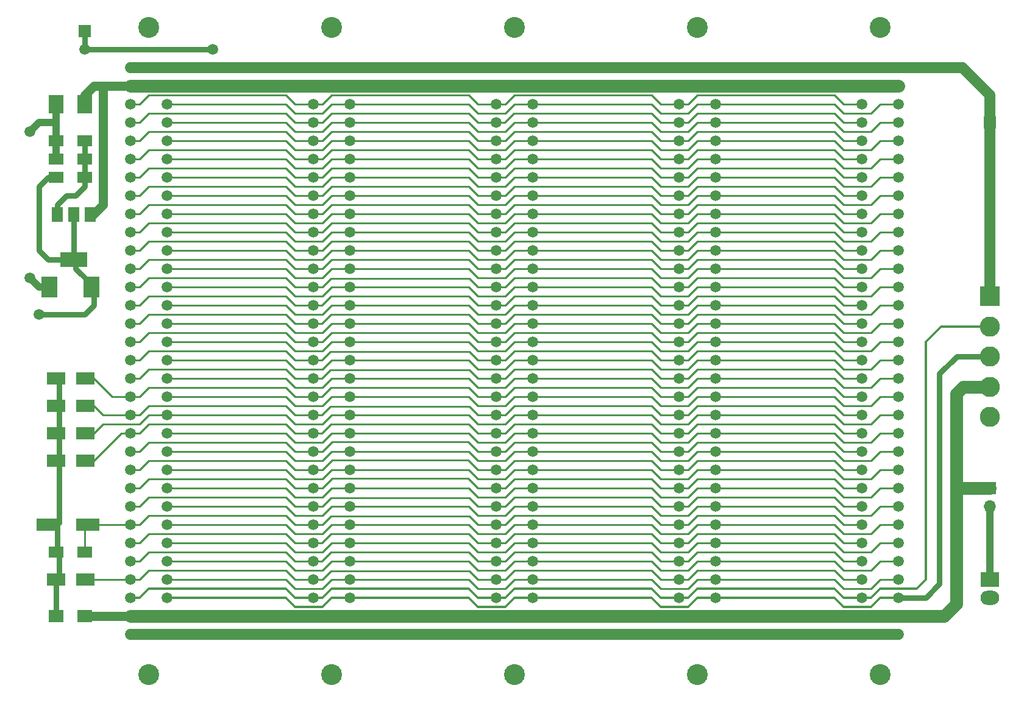
<source format=gbr>
G04 #@! TF.GenerationSoftware,KiCad,Pcbnew,(5.1.4)-1*
G04 #@! TF.CreationDate,2019-10-27T15:44:07+01:00*
G04 #@! TF.ProjectId,stebus,73746562-7573-42e6-9b69-6361645f7063,rev?*
G04 #@! TF.SameCoordinates,Original*
G04 #@! TF.FileFunction,Copper,L2,Bot*
G04 #@! TF.FilePolarity,Positive*
%FSLAX46Y46*%
G04 Gerber Fmt 4.6, Leading zero omitted, Abs format (unit mm)*
G04 Created by KiCad (PCBNEW (5.1.4)-1) date 2019-10-27 15:44:07*
%MOMM*%
%LPD*%
G04 APERTURE LIST*
%ADD10R,2.000000X1.700000*%
%ADD11R,1.500000X2.000000*%
%ADD12R,3.800000X2.000000*%
%ADD13R,2.000000X2.500000*%
%ADD14R,2.000000X1.600000*%
%ADD15R,2.800000X2.800000*%
%ADD16C,2.800000*%
%ADD17O,2.600000X2.000000*%
%ADD18R,2.600000X2.000000*%
%ADD19O,1.700000X1.700000*%
%ADD20R,1.700000X1.700000*%
%ADD21R,2.200000X3.000000*%
%ADD22R,2.500000X1.800000*%
%ADD23R,3.300000X1.700000*%
%ADD24C,1.501140*%
%ADD25C,2.900680*%
%ADD26C,1.500000*%
%ADD27C,0.250000*%
%ADD28C,1.000000*%
%ADD29C,0.380000*%
%ADD30C,0.750000*%
%ADD31C,1.500000*%
%ADD32C,1.250000*%
%ADD33C,1.750000*%
%ADD34C,0.500000*%
G04 APERTURE END LIST*
D10*
X74930000Y-137160000D03*
X70930000Y-137160000D03*
D11*
X71120000Y-81330000D03*
X75720000Y-81330000D03*
X73420000Y-81330000D03*
D12*
X73420000Y-87630000D03*
D13*
X70930000Y-66040000D03*
X74930000Y-66040000D03*
D14*
X70930000Y-71120000D03*
X74930000Y-71120000D03*
X74930000Y-76200000D03*
X70930000Y-76200000D03*
X74930000Y-73660000D03*
X70930000Y-73660000D03*
X70930000Y-128270000D03*
X74930000Y-128270000D03*
D15*
X200660000Y-92710000D03*
D16*
X200660000Y-96910000D03*
X200660000Y-101110000D03*
X200660000Y-105310000D03*
X200660000Y-109510000D03*
D17*
X200660000Y-134620000D03*
D18*
X200660000Y-132080000D03*
D19*
X200660000Y-121920000D03*
D20*
X200660000Y-119380000D03*
X74930000Y-55880000D03*
X200660000Y-68580000D03*
D21*
X70030000Y-91440000D03*
X75830000Y-91440000D03*
D22*
X74995000Y-104140000D03*
X70995000Y-104140000D03*
X70995000Y-111760000D03*
X74995000Y-111760000D03*
X70995000Y-107950000D03*
X74995000Y-107950000D03*
X74995000Y-115570000D03*
X70995000Y-115570000D03*
X70995000Y-132080000D03*
X74995000Y-132080000D03*
D23*
X69870000Y-124460000D03*
X75370000Y-124460000D03*
D24*
X86360000Y-60960000D03*
X86360000Y-63500000D03*
X86360000Y-68580000D03*
X86360000Y-66040000D03*
X86360000Y-71120000D03*
X86360000Y-73660000D03*
X86360000Y-76200000D03*
X86360000Y-78740000D03*
X86360000Y-81280000D03*
X86360000Y-83820000D03*
X86360000Y-86360000D03*
X86360000Y-88900000D03*
X86360000Y-91440000D03*
X86360000Y-93980000D03*
X86360000Y-96520000D03*
X86360000Y-99060000D03*
X86360000Y-101600000D03*
X86360000Y-104140000D03*
X86360000Y-106680000D03*
X86360000Y-109220000D03*
X86360000Y-111760000D03*
X86360000Y-114300000D03*
X86360000Y-116840000D03*
X86360000Y-119380000D03*
X86360000Y-121920000D03*
X86360000Y-124460000D03*
X86360000Y-127000000D03*
X86360000Y-129540000D03*
X86360000Y-132080000D03*
X86360000Y-134620000D03*
X86360000Y-137160000D03*
X86360000Y-139700000D03*
X81280000Y-60960000D03*
X81280000Y-63500000D03*
X81280000Y-68580000D03*
X81280000Y-66040000D03*
X81280000Y-71120000D03*
X81280000Y-73660000D03*
X81280000Y-76200000D03*
X81280000Y-78740000D03*
X81280000Y-81280000D03*
X81280000Y-83820000D03*
X81280000Y-86360000D03*
X81280000Y-88900000D03*
X81280000Y-91440000D03*
X81280000Y-93980000D03*
X81280000Y-96520000D03*
X81280000Y-99060000D03*
X81280000Y-101600000D03*
X81280000Y-104140000D03*
X81280000Y-106680000D03*
X81280000Y-109220000D03*
X81280000Y-111760000D03*
X81280000Y-114300000D03*
X81280000Y-116840000D03*
X81280000Y-119380000D03*
X81280000Y-121920000D03*
X81280000Y-124460000D03*
X81280000Y-127000000D03*
X81280000Y-129540000D03*
X81280000Y-132080000D03*
X81280000Y-134620000D03*
X81280000Y-137160000D03*
X81280000Y-139700000D03*
D25*
X83820000Y-145326100D03*
X83820000Y-55333900D03*
X109220000Y-55333900D03*
X109220000Y-145326100D03*
D24*
X106680000Y-139700000D03*
X106680000Y-137160000D03*
X106680000Y-134620000D03*
X106680000Y-132080000D03*
X106680000Y-129540000D03*
X106680000Y-127000000D03*
X106680000Y-124460000D03*
X106680000Y-121920000D03*
X106680000Y-119380000D03*
X106680000Y-116840000D03*
X106680000Y-114300000D03*
X106680000Y-111760000D03*
X106680000Y-109220000D03*
X106680000Y-106680000D03*
X106680000Y-104140000D03*
X106680000Y-101600000D03*
X106680000Y-99060000D03*
X106680000Y-96520000D03*
X106680000Y-93980000D03*
X106680000Y-91440000D03*
X106680000Y-88900000D03*
X106680000Y-86360000D03*
X106680000Y-83820000D03*
X106680000Y-81280000D03*
X106680000Y-78740000D03*
X106680000Y-76200000D03*
X106680000Y-73660000D03*
X106680000Y-71120000D03*
X106680000Y-66040000D03*
X106680000Y-68580000D03*
X106680000Y-63500000D03*
X106680000Y-60960000D03*
X111760000Y-139700000D03*
X111760000Y-137160000D03*
X111760000Y-134620000D03*
X111760000Y-132080000D03*
X111760000Y-129540000D03*
X111760000Y-127000000D03*
X111760000Y-124460000D03*
X111760000Y-121920000D03*
X111760000Y-119380000D03*
X111760000Y-116840000D03*
X111760000Y-114300000D03*
X111760000Y-111760000D03*
X111760000Y-109220000D03*
X111760000Y-106680000D03*
X111760000Y-104140000D03*
X111760000Y-101600000D03*
X111760000Y-99060000D03*
X111760000Y-96520000D03*
X111760000Y-93980000D03*
X111760000Y-91440000D03*
X111760000Y-88900000D03*
X111760000Y-86360000D03*
X111760000Y-83820000D03*
X111760000Y-81280000D03*
X111760000Y-78740000D03*
X111760000Y-76200000D03*
X111760000Y-73660000D03*
X111760000Y-71120000D03*
X111760000Y-66040000D03*
X111760000Y-68580000D03*
X111760000Y-63500000D03*
X111760000Y-60960000D03*
D25*
X134620000Y-55333900D03*
X134620000Y-145326100D03*
D24*
X132080000Y-139700000D03*
X132080000Y-137160000D03*
X132080000Y-134620000D03*
X132080000Y-132080000D03*
X132080000Y-129540000D03*
X132080000Y-127000000D03*
X132080000Y-124460000D03*
X132080000Y-121920000D03*
X132080000Y-119380000D03*
X132080000Y-116840000D03*
X132080000Y-114300000D03*
X132080000Y-111760000D03*
X132080000Y-109220000D03*
X132080000Y-106680000D03*
X132080000Y-104140000D03*
X132080000Y-101600000D03*
X132080000Y-99060000D03*
X132080000Y-96520000D03*
X132080000Y-93980000D03*
X132080000Y-91440000D03*
X132080000Y-88900000D03*
X132080000Y-86360000D03*
X132080000Y-83820000D03*
X132080000Y-81280000D03*
X132080000Y-78740000D03*
X132080000Y-76200000D03*
X132080000Y-73660000D03*
X132080000Y-71120000D03*
X132080000Y-66040000D03*
X132080000Y-68580000D03*
X132080000Y-63500000D03*
X132080000Y-60960000D03*
X137160000Y-139700000D03*
X137160000Y-137160000D03*
X137160000Y-134620000D03*
X137160000Y-132080000D03*
X137160000Y-129540000D03*
X137160000Y-127000000D03*
X137160000Y-124460000D03*
X137160000Y-121920000D03*
X137160000Y-119380000D03*
X137160000Y-116840000D03*
X137160000Y-114300000D03*
X137160000Y-111760000D03*
X137160000Y-109220000D03*
X137160000Y-106680000D03*
X137160000Y-104140000D03*
X137160000Y-101600000D03*
X137160000Y-99060000D03*
X137160000Y-96520000D03*
X137160000Y-93980000D03*
X137160000Y-91440000D03*
X137160000Y-88900000D03*
X137160000Y-86360000D03*
X137160000Y-83820000D03*
X137160000Y-81280000D03*
X137160000Y-78740000D03*
X137160000Y-76200000D03*
X137160000Y-73660000D03*
X137160000Y-71120000D03*
X137160000Y-66040000D03*
X137160000Y-68580000D03*
X137160000Y-63500000D03*
X137160000Y-60960000D03*
X162560000Y-60960000D03*
X162560000Y-63500000D03*
X162560000Y-68580000D03*
X162560000Y-66040000D03*
X162560000Y-71120000D03*
X162560000Y-73660000D03*
X162560000Y-76200000D03*
X162560000Y-78740000D03*
X162560000Y-81280000D03*
X162560000Y-83820000D03*
X162560000Y-86360000D03*
X162560000Y-88900000D03*
X162560000Y-91440000D03*
X162560000Y-93980000D03*
X162560000Y-96520000D03*
X162560000Y-99060000D03*
X162560000Y-101600000D03*
X162560000Y-104140000D03*
X162560000Y-106680000D03*
X162560000Y-109220000D03*
X162560000Y-111760000D03*
X162560000Y-114300000D03*
X162560000Y-116840000D03*
X162560000Y-119380000D03*
X162560000Y-121920000D03*
X162560000Y-124460000D03*
X162560000Y-127000000D03*
X162560000Y-129540000D03*
X162560000Y-132080000D03*
X162560000Y-134620000D03*
X162560000Y-137160000D03*
X162560000Y-139700000D03*
X157480000Y-60960000D03*
X157480000Y-63500000D03*
X157480000Y-68580000D03*
X157480000Y-66040000D03*
X157480000Y-71120000D03*
X157480000Y-73660000D03*
X157480000Y-76200000D03*
X157480000Y-78740000D03*
X157480000Y-81280000D03*
X157480000Y-83820000D03*
X157480000Y-86360000D03*
X157480000Y-88900000D03*
X157480000Y-91440000D03*
X157480000Y-93980000D03*
X157480000Y-96520000D03*
X157480000Y-99060000D03*
X157480000Y-101600000D03*
X157480000Y-104140000D03*
X157480000Y-106680000D03*
X157480000Y-109220000D03*
X157480000Y-111760000D03*
X157480000Y-114300000D03*
X157480000Y-116840000D03*
X157480000Y-119380000D03*
X157480000Y-121920000D03*
X157480000Y-124460000D03*
X157480000Y-127000000D03*
X157480000Y-129540000D03*
X157480000Y-132080000D03*
X157480000Y-134620000D03*
X157480000Y-137160000D03*
X157480000Y-139700000D03*
D25*
X160020000Y-145326100D03*
X160020000Y-55333900D03*
X185420000Y-55333900D03*
X185420000Y-145326100D03*
D24*
X182880000Y-139700000D03*
X182880000Y-137160000D03*
X182880000Y-134620000D03*
X182880000Y-132080000D03*
X182880000Y-129540000D03*
X182880000Y-127000000D03*
X182880000Y-124460000D03*
X182880000Y-121920000D03*
X182880000Y-119380000D03*
X182880000Y-116840000D03*
X182880000Y-114300000D03*
X182880000Y-111760000D03*
X182880000Y-109220000D03*
X182880000Y-106680000D03*
X182880000Y-104140000D03*
X182880000Y-101600000D03*
X182880000Y-99060000D03*
X182880000Y-96520000D03*
X182880000Y-93980000D03*
X182880000Y-91440000D03*
X182880000Y-88900000D03*
X182880000Y-86360000D03*
X182880000Y-83820000D03*
X182880000Y-81280000D03*
X182880000Y-78740000D03*
X182880000Y-76200000D03*
X182880000Y-73660000D03*
X182880000Y-71120000D03*
X182880000Y-66040000D03*
X182880000Y-68580000D03*
X182880000Y-63500000D03*
X182880000Y-60960000D03*
X187960000Y-139700000D03*
X187960000Y-137160000D03*
X187960000Y-134620000D03*
X187960000Y-132080000D03*
X187960000Y-129540000D03*
X187960000Y-127000000D03*
X187960000Y-124460000D03*
X187960000Y-121920000D03*
X187960000Y-119380000D03*
X187960000Y-116840000D03*
X187960000Y-114300000D03*
X187960000Y-111760000D03*
X187960000Y-109220000D03*
X187960000Y-106680000D03*
X187960000Y-104140000D03*
X187960000Y-101600000D03*
X187960000Y-99060000D03*
X187960000Y-96520000D03*
X187960000Y-93980000D03*
X187960000Y-91440000D03*
X187960000Y-88900000D03*
X187960000Y-86360000D03*
X187960000Y-83820000D03*
X187960000Y-81280000D03*
X187960000Y-78740000D03*
X187960000Y-76200000D03*
X187960000Y-73660000D03*
X187960000Y-71120000D03*
X187960000Y-66040000D03*
X187960000Y-68580000D03*
X187960000Y-63500000D03*
X187960000Y-60960000D03*
D26*
X68580000Y-95250000D03*
X74930000Y-58420000D03*
X92710000Y-58420000D03*
X67310000Y-90170000D03*
X67310000Y-69850000D03*
D27*
X81280000Y-66040000D02*
X82550000Y-66040000D01*
X82550000Y-66040000D02*
X83820000Y-64770000D01*
X83820000Y-64770000D02*
X102870000Y-64770000D01*
X102870000Y-64770000D02*
X104140000Y-66040000D01*
X104140000Y-66040000D02*
X106680000Y-66040000D01*
X106680000Y-66040000D02*
X107950000Y-66040000D01*
X107950000Y-66040000D02*
X109220000Y-64770000D01*
X109220000Y-64770000D02*
X128270000Y-64770000D01*
X128270000Y-64770000D02*
X129540000Y-66040000D01*
X129540000Y-66040000D02*
X132080000Y-66040000D01*
X132080000Y-66040000D02*
X133350000Y-66040000D01*
X133350000Y-66040000D02*
X134620000Y-64770000D01*
X134620000Y-64770000D02*
X153670000Y-64770000D01*
X153670000Y-64770000D02*
X154940000Y-66040000D01*
X154940000Y-66040000D02*
X157480000Y-66040000D01*
X180340000Y-66040000D02*
X182880000Y-66040000D01*
X179070000Y-64770000D02*
X180340000Y-66040000D01*
X160020000Y-64770000D02*
X179070000Y-64770000D01*
X157480000Y-66040000D02*
X158750000Y-66040000D01*
X158750000Y-66040000D02*
X160020000Y-64770000D01*
X86360000Y-66040000D02*
X102870000Y-66040000D01*
X102870000Y-66040000D02*
X104140000Y-67310000D01*
X104140000Y-67310000D02*
X107950000Y-67310000D01*
X107950000Y-67310000D02*
X109220000Y-66040000D01*
X109220000Y-66040000D02*
X111760000Y-66040000D01*
X111760000Y-66040000D02*
X128270000Y-66040000D01*
X128270000Y-66040000D02*
X129540000Y-67310000D01*
X129540000Y-67310000D02*
X133350000Y-67310000D01*
X133350000Y-67310000D02*
X134620000Y-66040000D01*
X134620000Y-66040000D02*
X137160000Y-66040000D01*
X137160000Y-66040000D02*
X153670000Y-66040000D01*
X153670000Y-66040000D02*
X154940000Y-67310000D01*
X154940000Y-67310000D02*
X158750000Y-67310000D01*
X158750000Y-67310000D02*
X160020000Y-66040000D01*
X160020000Y-66040000D02*
X162560000Y-66040000D01*
X162560000Y-66040000D02*
X179070000Y-66040000D01*
X179070000Y-66040000D02*
X180340000Y-67310000D01*
X180340000Y-67310000D02*
X184150000Y-67310000D01*
X185420000Y-66040000D02*
X187960000Y-66040000D01*
X184150000Y-67310000D02*
X185420000Y-66040000D01*
X104140000Y-68580000D02*
X106680000Y-68580000D01*
X102870000Y-67310000D02*
X104140000Y-68580000D01*
X83820000Y-67310000D02*
X102870000Y-67310000D01*
X81280000Y-68580000D02*
X82550000Y-68580000D01*
X82550000Y-68580000D02*
X83820000Y-67310000D01*
X129540000Y-68580000D02*
X132080000Y-68580000D01*
X128270000Y-67310000D02*
X129540000Y-68580000D01*
X109220000Y-67310000D02*
X128270000Y-67310000D01*
X106680000Y-68580000D02*
X107950000Y-68580000D01*
X107950000Y-68580000D02*
X109220000Y-67310000D01*
X133282081Y-68580000D02*
X134552081Y-67310000D01*
X132080000Y-68580000D02*
X133282081Y-68580000D01*
X134552081Y-67310000D02*
X153670000Y-67310000D01*
X153670000Y-67310000D02*
X154940000Y-68580000D01*
X154940000Y-68580000D02*
X157480000Y-68580000D01*
X157480000Y-68580000D02*
X158750000Y-68580000D01*
X158750000Y-68580000D02*
X160020000Y-67310000D01*
X160020000Y-67310000D02*
X179070000Y-67310000D01*
X179070000Y-67310000D02*
X180340000Y-68580000D01*
X180340000Y-68580000D02*
X182880000Y-68580000D01*
X86360000Y-68580000D02*
X102870000Y-68580000D01*
X102870000Y-68580000D02*
X104140000Y-69850000D01*
X104140000Y-69850000D02*
X107950000Y-69850000D01*
X107950000Y-69850000D02*
X109220000Y-68580000D01*
X109220000Y-68580000D02*
X111760000Y-68580000D01*
X134620000Y-68580000D02*
X137160000Y-68580000D01*
X133350000Y-69850000D02*
X134620000Y-68580000D01*
X129540000Y-69850000D02*
X133350000Y-69850000D01*
X111760000Y-68580000D02*
X128270000Y-68580000D01*
X128270000Y-68580000D02*
X129540000Y-69850000D01*
X137160000Y-68580000D02*
X153670000Y-68580000D01*
X153670000Y-68580000D02*
X154940000Y-69850000D01*
X154940000Y-69850000D02*
X158750000Y-69850000D01*
X158750000Y-69850000D02*
X160020000Y-68580000D01*
X160020000Y-68580000D02*
X162560000Y-68580000D01*
X162560000Y-68580000D02*
X179070000Y-68580000D01*
X179070000Y-68580000D02*
X180340000Y-69850000D01*
X180340000Y-69850000D02*
X184150000Y-69850000D01*
X184150000Y-69850000D02*
X185420000Y-68580000D01*
X185420000Y-68580000D02*
X187960000Y-68580000D01*
X81280000Y-71120000D02*
X82550000Y-71120000D01*
X82550000Y-71120000D02*
X83820000Y-69850000D01*
X83820000Y-69850000D02*
X102870000Y-69850000D01*
X102870000Y-69850000D02*
X104140000Y-71120000D01*
X104140000Y-71120000D02*
X106680000Y-71120000D01*
X106680000Y-71120000D02*
X107950000Y-71120000D01*
X107950000Y-71120000D02*
X109220000Y-69850000D01*
X109220000Y-69850000D02*
X128270000Y-69850000D01*
X128270000Y-69850000D02*
X129540000Y-71120000D01*
X129540000Y-71120000D02*
X132080000Y-71120000D01*
X132080000Y-71120000D02*
X133350000Y-71120000D01*
X133350000Y-71120000D02*
X134620000Y-69850000D01*
X134620000Y-69850000D02*
X153670000Y-69850000D01*
X153670000Y-69850000D02*
X154940000Y-71120000D01*
X154940000Y-71120000D02*
X157480000Y-71120000D01*
X157480000Y-71120000D02*
X158750000Y-71120000D01*
X158750000Y-71120000D02*
X160020000Y-69850000D01*
X160020000Y-69850000D02*
X179070000Y-69850000D01*
X179070000Y-69850000D02*
X180340000Y-71120000D01*
X180340000Y-71120000D02*
X182880000Y-71120000D01*
X86360000Y-71120000D02*
X102870000Y-71120000D01*
X102870000Y-71120000D02*
X104140000Y-72390000D01*
X104140000Y-72390000D02*
X107950000Y-72390000D01*
X107950000Y-72390000D02*
X109220000Y-71120000D01*
X109220000Y-71120000D02*
X111760000Y-71120000D01*
X111760000Y-71120000D02*
X128270000Y-71120000D01*
X128270000Y-71120000D02*
X129540000Y-72390000D01*
X129540000Y-72390000D02*
X133350000Y-72390000D01*
X133350000Y-72390000D02*
X134620000Y-71120000D01*
X134620000Y-71120000D02*
X137160000Y-71120000D01*
X137160000Y-71120000D02*
X153670000Y-71120000D01*
X153670000Y-71120000D02*
X154940000Y-72390000D01*
X154940000Y-72390000D02*
X158750000Y-72390000D01*
X160020000Y-71120000D02*
X162560000Y-71120000D01*
X158750000Y-72390000D02*
X160020000Y-71120000D01*
X162560000Y-71120000D02*
X179070000Y-71120000D01*
X179070000Y-71120000D02*
X180340000Y-72390000D01*
X180340000Y-72390000D02*
X184150000Y-72390000D01*
X184150000Y-72390000D02*
X185420000Y-71120000D01*
X185420000Y-71120000D02*
X187960000Y-71120000D01*
X81280000Y-73660000D02*
X82550000Y-73660000D01*
X82550000Y-73660000D02*
X83820000Y-72390000D01*
X83820000Y-72390000D02*
X102870000Y-72390000D01*
X102870000Y-72390000D02*
X104140000Y-73660000D01*
X104140000Y-73660000D02*
X106680000Y-73660000D01*
X106680000Y-73660000D02*
X107950000Y-73660000D01*
X107950000Y-73660000D02*
X109220000Y-72390000D01*
X109220000Y-72390000D02*
X128270000Y-72390000D01*
X128270000Y-72390000D02*
X129540000Y-73660000D01*
X129540000Y-73660000D02*
X132080000Y-73660000D01*
X132080000Y-73660000D02*
X133350000Y-73660000D01*
X133350000Y-73660000D02*
X134620000Y-72390000D01*
X134620000Y-72390000D02*
X153670000Y-72390000D01*
X153670000Y-72390000D02*
X154940000Y-73660000D01*
X154940000Y-73660000D02*
X157480000Y-73660000D01*
X157480000Y-73660000D02*
X158750000Y-73660000D01*
X158750000Y-73660000D02*
X160020000Y-72390000D01*
X160020000Y-72390000D02*
X179070000Y-72390000D01*
X179070000Y-72390000D02*
X180340000Y-73660000D01*
X180340000Y-73660000D02*
X182880000Y-73660000D01*
X86360000Y-73660000D02*
X102870000Y-73660000D01*
X102870000Y-73660000D02*
X104140000Y-74930000D01*
X104140000Y-74930000D02*
X107950000Y-74930000D01*
X107950000Y-74930000D02*
X109220000Y-73660000D01*
X109220000Y-73660000D02*
X111760000Y-73660000D01*
X111760000Y-73660000D02*
X128270000Y-73660000D01*
X128270000Y-73660000D02*
X129540000Y-74930000D01*
X129540000Y-74930000D02*
X133350000Y-74930000D01*
X133350000Y-74930000D02*
X134620000Y-73660000D01*
X134620000Y-73660000D02*
X137160000Y-73660000D01*
X137160000Y-73660000D02*
X153670000Y-73660000D01*
X153670000Y-73660000D02*
X154940000Y-74930000D01*
X154940000Y-74930000D02*
X158750000Y-74930000D01*
X158750000Y-74930000D02*
X160020000Y-73660000D01*
X160020000Y-73660000D02*
X162560000Y-73660000D01*
X162560000Y-73660000D02*
X179070000Y-73660000D01*
X179070000Y-73660000D02*
X180340000Y-74930000D01*
X180340000Y-74930000D02*
X184150000Y-74930000D01*
X184150000Y-74930000D02*
X185420000Y-73660000D01*
X185420000Y-73660000D02*
X187960000Y-73660000D01*
X81280000Y-76200000D02*
X82550000Y-76200000D01*
X82550000Y-76200000D02*
X83820000Y-74930000D01*
X83820000Y-74930000D02*
X102870000Y-74930000D01*
X102870000Y-74930000D02*
X104140000Y-76200000D01*
X104140000Y-76200000D02*
X106680000Y-76200000D01*
X106680000Y-76200000D02*
X107950000Y-76200000D01*
X107950000Y-76200000D02*
X109220000Y-74930000D01*
X109220000Y-74930000D02*
X128270000Y-74930000D01*
X128270000Y-74930000D02*
X129540000Y-76200000D01*
X129540000Y-76200000D02*
X132080000Y-76200000D01*
X132080000Y-76200000D02*
X133350000Y-76200000D01*
X133350000Y-76200000D02*
X134620000Y-74930000D01*
X134620000Y-74930000D02*
X153670000Y-74930000D01*
X153670000Y-74930000D02*
X154940000Y-76200000D01*
X154940000Y-76200000D02*
X157480000Y-76200000D01*
X157480000Y-76200000D02*
X158750000Y-76200000D01*
X158750000Y-76200000D02*
X160020000Y-74930000D01*
X160020000Y-74930000D02*
X179070000Y-74930000D01*
X179070000Y-74930000D02*
X180340000Y-76200000D01*
X180340000Y-76200000D02*
X182880000Y-76200000D01*
X81280000Y-78740000D02*
X82550000Y-78740000D01*
X82550000Y-78740000D02*
X83820000Y-77470000D01*
X83820000Y-77470000D02*
X102870000Y-77470000D01*
X102870000Y-77470000D02*
X104140000Y-78740000D01*
X104140000Y-78740000D02*
X106680000Y-78740000D01*
X129540000Y-78740000D02*
X132080000Y-78740000D01*
X128270000Y-77470000D02*
X129540000Y-78740000D01*
X109220000Y-77470000D02*
X128270000Y-77470000D01*
X106680000Y-78740000D02*
X107950000Y-78740000D01*
X107950000Y-78740000D02*
X109220000Y-77470000D01*
X132080000Y-78740000D02*
X133350000Y-78740000D01*
X133350000Y-78740000D02*
X134620000Y-77470000D01*
X134620000Y-77470000D02*
X153670000Y-77470000D01*
X154940000Y-78740000D02*
X157480000Y-78740000D01*
X153670000Y-77470000D02*
X154940000Y-78740000D01*
X157480000Y-78740000D02*
X158750000Y-78740000D01*
X158750000Y-78740000D02*
X160020000Y-77470000D01*
X160020000Y-77470000D02*
X179070000Y-77470000D01*
X179070000Y-77470000D02*
X180340000Y-78740000D01*
X180340000Y-78740000D02*
X182880000Y-78740000D01*
X86360000Y-78740000D02*
X102870000Y-78740000D01*
X102870000Y-78740000D02*
X104140000Y-80010000D01*
X104140000Y-80010000D02*
X107950000Y-80010000D01*
X107950000Y-80010000D02*
X109220000Y-78740000D01*
X109220000Y-78740000D02*
X111760000Y-78740000D01*
X111760000Y-78740000D02*
X128270000Y-78740000D01*
X128270000Y-78740000D02*
X129540000Y-80010000D01*
X129540000Y-80010000D02*
X133350000Y-80010000D01*
X133350000Y-80010000D02*
X134620000Y-78740000D01*
X134620000Y-78740000D02*
X137160000Y-78740000D01*
X137160000Y-78740000D02*
X153670000Y-78740000D01*
X153670000Y-78740000D02*
X154940000Y-80010000D01*
X154940000Y-80010000D02*
X158750000Y-80010000D01*
X158750000Y-80010000D02*
X160020000Y-78740000D01*
X160020000Y-78740000D02*
X162560000Y-78740000D01*
X162560000Y-78740000D02*
X179070000Y-78740000D01*
X179070000Y-78740000D02*
X180340000Y-80010000D01*
X180340000Y-80010000D02*
X184150000Y-80010000D01*
X184150000Y-80010000D02*
X185420000Y-78740000D01*
X185420000Y-78740000D02*
X187960000Y-78740000D01*
X81280000Y-81280000D02*
X82550000Y-81280000D01*
X82550000Y-81280000D02*
X83820000Y-80010000D01*
X83820000Y-80010000D02*
X102870000Y-80010000D01*
X102870000Y-80010000D02*
X104140000Y-81280000D01*
X104140000Y-81280000D02*
X106680000Y-81280000D01*
X106680000Y-81280000D02*
X107950000Y-81280000D01*
X107950000Y-81280000D02*
X109220000Y-80010000D01*
X109220000Y-80010000D02*
X128270000Y-80010000D01*
X129540000Y-81280000D02*
X132080000Y-81280000D01*
X128270000Y-80010000D02*
X129540000Y-81280000D01*
X132080000Y-81280000D02*
X133350000Y-81280000D01*
X133350000Y-81280000D02*
X134620000Y-80010000D01*
X134620000Y-80010000D02*
X153670000Y-80010000D01*
X154940000Y-81280000D02*
X157480000Y-81280000D01*
X153670000Y-80010000D02*
X154940000Y-81280000D01*
X157480000Y-81280000D02*
X158750000Y-81280000D01*
X158750000Y-81280000D02*
X160020000Y-80010000D01*
X160020000Y-80010000D02*
X179070000Y-80010000D01*
X179070000Y-80010000D02*
X180340000Y-81280000D01*
X180340000Y-81280000D02*
X182880000Y-81280000D01*
X86360000Y-81280000D02*
X102870000Y-81280000D01*
X102870000Y-81280000D02*
X104140000Y-82550000D01*
X104140000Y-82550000D02*
X107950000Y-82550000D01*
X107950000Y-82550000D02*
X109220000Y-81280000D01*
X109220000Y-81280000D02*
X111760000Y-81280000D01*
X111760000Y-81280000D02*
X128270000Y-81280000D01*
X128270000Y-81280000D02*
X129540000Y-82550000D01*
X129540000Y-82550000D02*
X133350000Y-82550000D01*
X133350000Y-82550000D02*
X134620000Y-81280000D01*
X134620000Y-81280000D02*
X137160000Y-81280000D01*
X137160000Y-81280000D02*
X153670000Y-81280000D01*
X153670000Y-81280000D02*
X154940000Y-82550000D01*
X154940000Y-82550000D02*
X158750000Y-82550000D01*
X158750000Y-82550000D02*
X160020000Y-81280000D01*
X160020000Y-81280000D02*
X162560000Y-81280000D01*
X162560000Y-81280000D02*
X179070000Y-81280000D01*
X179070000Y-81280000D02*
X180340000Y-82550000D01*
X180340000Y-82550000D02*
X184150000Y-82550000D01*
X184150000Y-82550000D02*
X185420000Y-81280000D01*
X185420000Y-81280000D02*
X187960000Y-81280000D01*
X81280000Y-83820000D02*
X82550000Y-83820000D01*
X82550000Y-83820000D02*
X83820000Y-82550000D01*
X83820000Y-82550000D02*
X102870000Y-82550000D01*
X102870000Y-82550000D02*
X104140000Y-83820000D01*
X104140000Y-83820000D02*
X106680000Y-83820000D01*
X106680000Y-83820000D02*
X107950000Y-83820000D01*
X107950000Y-83820000D02*
X109220000Y-82550000D01*
X109220000Y-82550000D02*
X128270000Y-82550000D01*
X128270000Y-82550000D02*
X129540000Y-83820000D01*
X129540000Y-83820000D02*
X132080000Y-83820000D01*
X132080000Y-83820000D02*
X133350000Y-83820000D01*
X133350000Y-83820000D02*
X134620000Y-82550000D01*
X134620000Y-82550000D02*
X153670000Y-82550000D01*
X153670000Y-82550000D02*
X154940000Y-83820000D01*
X154940000Y-83820000D02*
X157480000Y-83820000D01*
X157480000Y-83820000D02*
X158750000Y-83820000D01*
X158750000Y-83820000D02*
X160020000Y-82550000D01*
X160020000Y-82550000D02*
X179070000Y-82550000D01*
X179070000Y-82550000D02*
X180340000Y-83820000D01*
X180340000Y-83820000D02*
X182880000Y-83820000D01*
X86360000Y-83820000D02*
X102870000Y-83820000D01*
X102870000Y-83820000D02*
X104140000Y-85090000D01*
X104140000Y-85090000D02*
X107950000Y-85090000D01*
X107950000Y-85090000D02*
X109220000Y-83820000D01*
X109220000Y-83820000D02*
X111760000Y-83820000D01*
X111760000Y-83820000D02*
X128270000Y-83820000D01*
X128270000Y-83820000D02*
X129540000Y-85090000D01*
X129540000Y-85090000D02*
X133350000Y-85090000D01*
X133350000Y-85090000D02*
X134620000Y-83820000D01*
X134620000Y-83820000D02*
X137160000Y-83820000D01*
X137160000Y-83820000D02*
X153670000Y-83820000D01*
X153670000Y-83820000D02*
X154940000Y-85090000D01*
X154940000Y-85090000D02*
X158750000Y-85090000D01*
X158750000Y-85090000D02*
X160020000Y-83820000D01*
X160020000Y-83820000D02*
X162560000Y-83820000D01*
X162560000Y-83820000D02*
X179070000Y-83820000D01*
X179070000Y-83820000D02*
X180340000Y-85090000D01*
X180340000Y-85090000D02*
X184150000Y-85090000D01*
X184150000Y-85090000D02*
X185420000Y-83820000D01*
X185420000Y-83820000D02*
X187960000Y-83820000D01*
X81280000Y-86360000D02*
X82550000Y-86360000D01*
X82550000Y-86360000D02*
X83820000Y-85090000D01*
X83820000Y-85090000D02*
X102870000Y-85090000D01*
X102870000Y-85090000D02*
X104140000Y-86360000D01*
X104140000Y-86360000D02*
X106680000Y-86360000D01*
X106680000Y-86360000D02*
X107950000Y-86360000D01*
X107950000Y-86360000D02*
X109220000Y-85090000D01*
X109220000Y-85090000D02*
X128270000Y-85090000D01*
X128270000Y-85090000D02*
X129540000Y-86360000D01*
X129540000Y-86360000D02*
X132080000Y-86360000D01*
X132080000Y-86360000D02*
X133350000Y-86360000D01*
X133350000Y-86360000D02*
X134620000Y-85090000D01*
X134620000Y-85090000D02*
X153670000Y-85090000D01*
X153670000Y-85090000D02*
X154940000Y-86360000D01*
X154940000Y-86360000D02*
X157480000Y-86360000D01*
X157480000Y-86360000D02*
X158750000Y-86360000D01*
X158750000Y-86360000D02*
X160020000Y-85090000D01*
X160020000Y-85090000D02*
X179070000Y-85090000D01*
X179070000Y-85090000D02*
X180340000Y-86360000D01*
X180340000Y-86360000D02*
X182880000Y-86360000D01*
X109220000Y-86360000D02*
X111760000Y-86360000D01*
X107950000Y-87630000D02*
X109220000Y-86360000D01*
X104140000Y-87630000D02*
X107950000Y-87630000D01*
X86360000Y-86360000D02*
X102870000Y-86360000D01*
X102870000Y-86360000D02*
X104140000Y-87630000D01*
X111760000Y-86360000D02*
X128270000Y-86360000D01*
X128270000Y-86360000D02*
X129540000Y-87630000D01*
X129540000Y-87630000D02*
X133350000Y-87630000D01*
X133350000Y-87630000D02*
X134620000Y-86360000D01*
X134620000Y-86360000D02*
X137160000Y-86360000D01*
X137160000Y-86360000D02*
X153670000Y-86360000D01*
X153670000Y-86360000D02*
X154940000Y-87630000D01*
X154940000Y-87630000D02*
X158750000Y-87630000D01*
X160020000Y-86360000D02*
X162560000Y-86360000D01*
X158750000Y-87630000D02*
X160020000Y-86360000D01*
X162560000Y-86360000D02*
X179070000Y-86360000D01*
X179070000Y-86360000D02*
X180340000Y-87630000D01*
X180340000Y-87630000D02*
X184150000Y-87630000D01*
X184150000Y-87630000D02*
X185420000Y-86360000D01*
X185420000Y-86360000D02*
X187960000Y-86360000D01*
X81280000Y-88900000D02*
X82550000Y-88900000D01*
X82550000Y-88900000D02*
X83820000Y-87630000D01*
X83820000Y-87630000D02*
X102870000Y-87630000D01*
X102870000Y-87630000D02*
X104140000Y-88900000D01*
X104140000Y-88900000D02*
X106680000Y-88900000D01*
X129540000Y-88900000D02*
X132080000Y-88900000D01*
X128270000Y-87630000D02*
X129540000Y-88900000D01*
X109220000Y-87630000D02*
X128270000Y-87630000D01*
X106680000Y-88900000D02*
X107950000Y-88900000D01*
X107950000Y-88900000D02*
X109220000Y-87630000D01*
X132080000Y-88900000D02*
X133350000Y-88900000D01*
X133350000Y-88900000D02*
X134620000Y-87630000D01*
X134620000Y-87630000D02*
X153670000Y-87630000D01*
X153670000Y-87630000D02*
X154940000Y-88900000D01*
X154940000Y-88900000D02*
X157480000Y-88900000D01*
X157480000Y-88900000D02*
X158750000Y-88900000D01*
X158750000Y-88900000D02*
X160020000Y-87630000D01*
X160020000Y-87630000D02*
X179070000Y-87630000D01*
X179070000Y-87630000D02*
X180340000Y-88900000D01*
X180340000Y-88900000D02*
X182880000Y-88900000D01*
X109220000Y-88900000D02*
X111760000Y-88900000D01*
X107950000Y-90170000D02*
X109220000Y-88900000D01*
X104140000Y-90170000D02*
X107950000Y-90170000D01*
X86360000Y-88900000D02*
X102870000Y-88900000D01*
X102870000Y-88900000D02*
X104140000Y-90170000D01*
X111760000Y-88900000D02*
X128270000Y-88900000D01*
X128270000Y-88900000D02*
X129540000Y-90170000D01*
X129540000Y-90170000D02*
X133350000Y-90170000D01*
X133350000Y-90170000D02*
X134620000Y-88900000D01*
X134620000Y-88900000D02*
X137160000Y-88900000D01*
X137160000Y-88900000D02*
X153670000Y-88900000D01*
X153670000Y-88900000D02*
X154940000Y-90170000D01*
X154940000Y-90170000D02*
X158750000Y-90170000D01*
X158750000Y-90170000D02*
X160020000Y-88900000D01*
X160020000Y-88900000D02*
X162560000Y-88900000D01*
X162560000Y-88900000D02*
X179070000Y-88900000D01*
X179070000Y-88900000D02*
X180340000Y-90170000D01*
X180340000Y-90170000D02*
X184150000Y-90170000D01*
X184150000Y-90170000D02*
X185420000Y-88900000D01*
X185420000Y-88900000D02*
X187960000Y-88900000D01*
X81280000Y-91440000D02*
X82550000Y-91440000D01*
X82550000Y-91440000D02*
X83820000Y-90170000D01*
X83820000Y-90170000D02*
X102870000Y-90170000D01*
X104140000Y-91440000D02*
X106680000Y-91440000D01*
X102870000Y-90170000D02*
X104140000Y-91440000D01*
X129540000Y-91440000D02*
X132080000Y-91440000D01*
X128364999Y-90264999D02*
X129540000Y-91440000D01*
X109125001Y-90264999D02*
X128364999Y-90264999D01*
X106680000Y-91440000D02*
X107950000Y-91440000D01*
X107950000Y-91440000D02*
X109125001Y-90264999D01*
X132080000Y-91440000D02*
X133350000Y-91440000D01*
X133350000Y-91440000D02*
X134620000Y-90170000D01*
X134620000Y-90170000D02*
X153670000Y-90170000D01*
X153670000Y-90170000D02*
X154940000Y-91440000D01*
X154940000Y-91440000D02*
X157480000Y-91440000D01*
X157480000Y-91440000D02*
X158750000Y-91440000D01*
X158750000Y-91440000D02*
X160020000Y-90170000D01*
X160020000Y-90170000D02*
X179070000Y-90170000D01*
X179070000Y-90170000D02*
X180340000Y-91440000D01*
X180340000Y-91440000D02*
X182880000Y-91440000D01*
X109220000Y-91440000D02*
X111760000Y-91440000D01*
X107950000Y-92710000D02*
X109220000Y-91440000D01*
X104140000Y-92710000D02*
X107950000Y-92710000D01*
X86360000Y-91440000D02*
X102870000Y-91440000D01*
X102870000Y-91440000D02*
X104140000Y-92710000D01*
X111760000Y-91440000D02*
X128270000Y-91440000D01*
X128270000Y-91440000D02*
X129540000Y-92710000D01*
X129540000Y-92710000D02*
X133350000Y-92710000D01*
X133350000Y-92710000D02*
X134620000Y-91440000D01*
X134620000Y-91440000D02*
X137160000Y-91440000D01*
X160020000Y-91440000D02*
X162560000Y-91440000D01*
X158750000Y-92710000D02*
X160020000Y-91440000D01*
X154940000Y-92710000D02*
X158750000Y-92710000D01*
X137160000Y-91440000D02*
X153670000Y-91440000D01*
X153670000Y-91440000D02*
X154940000Y-92710000D01*
X162560000Y-91440000D02*
X179070000Y-91440000D01*
X179070000Y-91440000D02*
X180340000Y-92710000D01*
X180340000Y-92710000D02*
X184150000Y-92710000D01*
X184150000Y-92710000D02*
X185420000Y-91440000D01*
X185420000Y-91440000D02*
X187960000Y-91440000D01*
X104140000Y-93980000D02*
X106680000Y-93980000D01*
X102870000Y-92710000D02*
X104140000Y-93980000D01*
X83820000Y-92710000D02*
X102870000Y-92710000D01*
X81280000Y-93980000D02*
X82550000Y-93980000D01*
X82550000Y-93980000D02*
X83820000Y-92710000D01*
X107882081Y-93980000D02*
X109152081Y-92710000D01*
X106680000Y-93980000D02*
X107882081Y-93980000D01*
X109152081Y-92710000D02*
X128270000Y-92710000D01*
X128270000Y-92710000D02*
X129540000Y-93980000D01*
X129540000Y-93980000D02*
X132080000Y-93980000D01*
X132080000Y-93980000D02*
X133350000Y-93980000D01*
X133350000Y-93980000D02*
X134620000Y-92710000D01*
X134620000Y-92710000D02*
X153670000Y-92710000D01*
X153670000Y-92710000D02*
X154940000Y-93980000D01*
X154940000Y-93980000D02*
X157480000Y-93980000D01*
X157480000Y-93980000D02*
X158750000Y-93980000D01*
X158750000Y-93980000D02*
X160020000Y-92710000D01*
X160020000Y-92710000D02*
X179070000Y-92710000D01*
X179070000Y-92710000D02*
X180340000Y-93980000D01*
X180340000Y-93980000D02*
X182880000Y-93980000D01*
X109220000Y-93980000D02*
X111760000Y-93980000D01*
X107950000Y-95250000D02*
X109220000Y-93980000D01*
X104140000Y-95250000D02*
X107950000Y-95250000D01*
X86360000Y-93980000D02*
X102870000Y-93980000D01*
X102870000Y-93980000D02*
X104140000Y-95250000D01*
X111760000Y-93980000D02*
X128270000Y-93980000D01*
X128270000Y-93980000D02*
X129540000Y-95250000D01*
X129540000Y-95250000D02*
X133350000Y-95250000D01*
X133350000Y-95250000D02*
X134620000Y-93980000D01*
X134620000Y-93980000D02*
X137160000Y-93980000D01*
X137160000Y-93980000D02*
X153670000Y-93980000D01*
X153670000Y-93980000D02*
X154940000Y-95250000D01*
X154940000Y-95250000D02*
X158750000Y-95250000D01*
X158750000Y-95250000D02*
X160020000Y-93980000D01*
X160020000Y-93980000D02*
X162560000Y-93980000D01*
X162560000Y-93980000D02*
X179070000Y-93980000D01*
X179070000Y-93980000D02*
X180340000Y-95250000D01*
X180340000Y-95250000D02*
X184150000Y-95250000D01*
X184150000Y-95250000D02*
X185420000Y-93980000D01*
X185420000Y-93980000D02*
X187960000Y-93980000D01*
X104140000Y-96520000D02*
X106680000Y-96520000D01*
X102870000Y-95250000D02*
X104140000Y-96520000D01*
X83820000Y-95250000D02*
X102870000Y-95250000D01*
X81280000Y-96520000D02*
X82550000Y-96520000D01*
X82550000Y-96520000D02*
X83820000Y-95250000D01*
X107882081Y-96520000D02*
X109152081Y-95250000D01*
X106680000Y-96520000D02*
X107882081Y-96520000D01*
X109152081Y-95250000D02*
X128270000Y-95250000D01*
X128270000Y-95250000D02*
X129540000Y-96520000D01*
X129540000Y-96520000D02*
X132080000Y-96520000D01*
X132080000Y-96520000D02*
X133350000Y-96520000D01*
X133350000Y-96520000D02*
X134620000Y-95250000D01*
X134620000Y-95250000D02*
X153670000Y-95250000D01*
X153670000Y-95250000D02*
X154940000Y-96520000D01*
X154940000Y-96520000D02*
X157480000Y-96520000D01*
X157480000Y-96520000D02*
X158750000Y-96520000D01*
X158750000Y-96520000D02*
X160020000Y-95250000D01*
X160020000Y-95250000D02*
X179070000Y-95250000D01*
X179070000Y-95250000D02*
X180340000Y-96520000D01*
X180340000Y-96520000D02*
X182880000Y-96520000D01*
X86360000Y-96520000D02*
X102870000Y-96520000D01*
X102870000Y-96520000D02*
X104140000Y-97790000D01*
X104140000Y-97790000D02*
X107950000Y-97790000D01*
X107950000Y-97790000D02*
X109220000Y-96520000D01*
X109220000Y-96520000D02*
X111760000Y-96520000D01*
X134620000Y-96520000D02*
X137160000Y-96520000D01*
X133350000Y-97790000D02*
X134620000Y-96520000D01*
X129540000Y-97790000D02*
X133350000Y-97790000D01*
X111760000Y-96520000D02*
X128270000Y-96520000D01*
X128270000Y-96520000D02*
X129540000Y-97790000D01*
X137160000Y-96520000D02*
X153670000Y-96520000D01*
X153670000Y-96520000D02*
X154940000Y-97790000D01*
X154940000Y-97790000D02*
X158750000Y-97790000D01*
X158750000Y-97790000D02*
X160020000Y-96520000D01*
X160020000Y-96520000D02*
X162560000Y-96520000D01*
X162560000Y-96520000D02*
X179070000Y-96520000D01*
X179070000Y-96520000D02*
X180340000Y-97790000D01*
X180340000Y-97790000D02*
X184150000Y-97790000D01*
X184150000Y-97790000D02*
X185420000Y-96520000D01*
X185420000Y-96520000D02*
X187960000Y-96520000D01*
X104140000Y-99060000D02*
X106680000Y-99060000D01*
X102870000Y-97790000D02*
X104140000Y-99060000D01*
X83820000Y-97790000D02*
X102870000Y-97790000D01*
X81280000Y-99060000D02*
X82550000Y-99060000D01*
X82550000Y-99060000D02*
X83820000Y-97790000D01*
X106680000Y-99060000D02*
X107950000Y-99060000D01*
X107950000Y-99060000D02*
X109220000Y-97790000D01*
X109220000Y-97790000D02*
X128270000Y-97790000D01*
X129540000Y-99060000D02*
X132080000Y-99060000D01*
X128270000Y-97790000D02*
X129540000Y-99060000D01*
X132080000Y-99060000D02*
X133350000Y-99060000D01*
X133350000Y-99060000D02*
X134620000Y-97790000D01*
X134620000Y-97790000D02*
X153670000Y-97790000D01*
X153670000Y-97790000D02*
X154940000Y-99060000D01*
X154940000Y-99060000D02*
X157480000Y-99060000D01*
X157480000Y-99060000D02*
X158750000Y-99060000D01*
X158750000Y-99060000D02*
X160020000Y-97790000D01*
X160020000Y-97790000D02*
X179070000Y-97790000D01*
X179070000Y-97790000D02*
X180340000Y-99060000D01*
X180340000Y-99060000D02*
X182880000Y-99060000D01*
X86360000Y-99060000D02*
X102870000Y-99060000D01*
X102870000Y-99060000D02*
X104140000Y-100330000D01*
X104140000Y-100330000D02*
X107950000Y-100330000D01*
X107950000Y-100330000D02*
X109220000Y-99060000D01*
X109220000Y-99060000D02*
X111760000Y-99060000D01*
X111760000Y-99060000D02*
X128270000Y-99060000D01*
X128270000Y-99060000D02*
X129540000Y-100330000D01*
X129540000Y-100330000D02*
X133350000Y-100330000D01*
X133350000Y-100330000D02*
X134620000Y-99060000D01*
X134620000Y-99060000D02*
X137160000Y-99060000D01*
X137160000Y-99060000D02*
X153670000Y-99060000D01*
X153670000Y-99060000D02*
X154940000Y-100330000D01*
X154940000Y-100330000D02*
X158750000Y-100330000D01*
X158750000Y-100330000D02*
X160020000Y-99060000D01*
X160020000Y-99060000D02*
X162560000Y-99060000D01*
X162560000Y-99060000D02*
X179070000Y-99060000D01*
X179070000Y-99060000D02*
X180340000Y-100330000D01*
X180340000Y-100330000D02*
X184150000Y-100330000D01*
X184150000Y-100330000D02*
X185420000Y-99060000D01*
X185420000Y-99060000D02*
X187960000Y-99060000D01*
X81280000Y-101600000D02*
X82550000Y-101600000D01*
X82550000Y-101600000D02*
X83820000Y-100330000D01*
X83820000Y-100330000D02*
X102870000Y-100330000D01*
X102870000Y-100330000D02*
X104140000Y-101600000D01*
X104140000Y-101600000D02*
X106680000Y-101600000D01*
X109057082Y-100424999D02*
X128364999Y-100424999D01*
X106680000Y-101600000D02*
X107882081Y-101600000D01*
X107882081Y-101600000D02*
X109057082Y-100424999D01*
X129540000Y-101600000D02*
X132080000Y-101600000D01*
X128364999Y-100424999D02*
X129540000Y-101600000D01*
X132080000Y-101600000D02*
X133350000Y-101600000D01*
X133350000Y-101600000D02*
X134620000Y-100330000D01*
X134620000Y-100330000D02*
X153670000Y-100330000D01*
X153670000Y-100330000D02*
X154940000Y-101600000D01*
X154940000Y-101600000D02*
X157480000Y-101600000D01*
X157480000Y-101600000D02*
X158750000Y-101600000D01*
X158750000Y-101600000D02*
X160020000Y-100330000D01*
X160020000Y-100330000D02*
X179070000Y-100330000D01*
X179070000Y-100330000D02*
X180340000Y-101600000D01*
X180340000Y-101600000D02*
X182880000Y-101600000D01*
X86360000Y-101600000D02*
X102870000Y-101600000D01*
X102870000Y-101600000D02*
X104140000Y-102870000D01*
X104140000Y-102870000D02*
X107950000Y-102870000D01*
X107950000Y-102870000D02*
X109220000Y-101600000D01*
X109220000Y-101600000D02*
X111760000Y-101600000D01*
X111760000Y-101600000D02*
X128270000Y-101600000D01*
X128270000Y-101600000D02*
X129540000Y-102870000D01*
X129540000Y-102870000D02*
X133350000Y-102870000D01*
X133350000Y-102870000D02*
X134620000Y-101600000D01*
X134620000Y-101600000D02*
X137160000Y-101600000D01*
X137160000Y-101600000D02*
X153670000Y-101600000D01*
X153670000Y-101600000D02*
X154940000Y-102870000D01*
X154940000Y-102870000D02*
X158750000Y-102870000D01*
X158750000Y-102870000D02*
X160020000Y-101600000D01*
X160020000Y-101600000D02*
X162560000Y-101600000D01*
X162560000Y-101600000D02*
X179070000Y-101600000D01*
X179070000Y-101600000D02*
X180340000Y-102870000D01*
X180340000Y-102870000D02*
X184150000Y-102870000D01*
X184150000Y-102870000D02*
X185420000Y-101600000D01*
X185420000Y-101600000D02*
X187960000Y-101600000D01*
X81280000Y-104140000D02*
X82550000Y-104140000D01*
X82550000Y-104140000D02*
X83820000Y-102870000D01*
X83820000Y-102870000D02*
X102870000Y-102870000D01*
X102870000Y-102870000D02*
X104140000Y-104140000D01*
X104140000Y-104140000D02*
X106680000Y-104140000D01*
X109057082Y-102964999D02*
X128364999Y-102964999D01*
X106680000Y-104140000D02*
X107882081Y-104140000D01*
X107882081Y-104140000D02*
X109057082Y-102964999D01*
X129540000Y-104140000D02*
X132080000Y-104140000D01*
X128364999Y-102964999D02*
X129540000Y-104140000D01*
X132080000Y-104140000D02*
X133350000Y-104140000D01*
X133350000Y-104140000D02*
X134620000Y-102870000D01*
X134620000Y-102870000D02*
X153670000Y-102870000D01*
X153670000Y-102870000D02*
X154940000Y-104140000D01*
X154940000Y-104140000D02*
X157480000Y-104140000D01*
X180340000Y-104140000D02*
X182880000Y-104140000D01*
X179070000Y-102870000D02*
X180340000Y-104140000D01*
X160020000Y-102870000D02*
X179070000Y-102870000D01*
X157480000Y-104140000D02*
X158750000Y-104140000D01*
X158750000Y-104140000D02*
X160020000Y-102870000D01*
X86360000Y-104140000D02*
X102870000Y-104140000D01*
X102870000Y-104140000D02*
X104140000Y-105410000D01*
X104140000Y-105410000D02*
X107950000Y-105410000D01*
X107950000Y-105410000D02*
X109220000Y-104140000D01*
X109220000Y-104140000D02*
X111760000Y-104140000D01*
X111760000Y-104140000D02*
X128270000Y-104140000D01*
X128270000Y-104140000D02*
X129540000Y-105410000D01*
X129540000Y-105410000D02*
X133350000Y-105410000D01*
X133350000Y-105410000D02*
X134620000Y-104140000D01*
X134620000Y-104140000D02*
X137160000Y-104140000D01*
X160020000Y-104140000D02*
X162560000Y-104140000D01*
X158750000Y-105410000D02*
X160020000Y-104140000D01*
X154940000Y-105410000D02*
X158750000Y-105410000D01*
X137160000Y-104140000D02*
X153670000Y-104140000D01*
X153670000Y-104140000D02*
X154940000Y-105410000D01*
X162560000Y-104140000D02*
X179070000Y-104140000D01*
X179070000Y-104140000D02*
X180340000Y-105410000D01*
X180340000Y-105410000D02*
X184150000Y-105410000D01*
X184150000Y-105410000D02*
X185420000Y-104140000D01*
X185420000Y-104140000D02*
X187960000Y-104140000D01*
X74645000Y-104140000D02*
X76200000Y-104140000D01*
X76200000Y-104140000D02*
X78740000Y-106680000D01*
X78740000Y-106680000D02*
X81280000Y-106680000D01*
X104140000Y-106680000D02*
X106680000Y-106680000D01*
X102870000Y-105410000D02*
X104140000Y-106680000D01*
X83820000Y-105410000D02*
X102870000Y-105410000D01*
X81280000Y-106680000D02*
X82550000Y-106680000D01*
X82550000Y-106680000D02*
X83820000Y-105410000D01*
X107882081Y-106680000D02*
X109152081Y-105410000D01*
X106680000Y-106680000D02*
X107882081Y-106680000D01*
X109152081Y-105410000D02*
X128270000Y-105410000D01*
X129540000Y-106680000D02*
X132080000Y-106680000D01*
X128270000Y-105410000D02*
X129540000Y-106680000D01*
X132080000Y-106680000D02*
X133350000Y-106680000D01*
X133350000Y-106680000D02*
X134620000Y-105410000D01*
X134620000Y-105410000D02*
X153670000Y-105410000D01*
X153670000Y-105410000D02*
X154940000Y-106680000D01*
X154940000Y-106680000D02*
X157480000Y-106680000D01*
X157480000Y-106680000D02*
X158750000Y-106680000D01*
X158750000Y-106680000D02*
X160020000Y-105410000D01*
X160020000Y-105410000D02*
X179070000Y-105410000D01*
X179070000Y-105410000D02*
X180340000Y-106680000D01*
X180340000Y-106680000D02*
X182880000Y-106680000D01*
X74645000Y-107950000D02*
X76200000Y-107950000D01*
X76200000Y-107950000D02*
X77470000Y-109220000D01*
X77470000Y-109220000D02*
X81280000Y-109220000D01*
X81280000Y-109220000D02*
X82550000Y-109220000D01*
X82550000Y-109220000D02*
X83820000Y-107950000D01*
X83820000Y-107950000D02*
X102870000Y-107950000D01*
X102870000Y-107950000D02*
X104140000Y-109220000D01*
X104140000Y-109220000D02*
X106680000Y-109220000D01*
X109057082Y-108044999D02*
X128364999Y-108044999D01*
X106680000Y-109220000D02*
X107882081Y-109220000D01*
X107882081Y-109220000D02*
X109057082Y-108044999D01*
X129540000Y-109220000D02*
X132080000Y-109220000D01*
X128364999Y-108044999D02*
X129540000Y-109220000D01*
X154940000Y-109220000D02*
X157480000Y-109220000D01*
X153670000Y-107950000D02*
X154940000Y-109220000D01*
X134620000Y-107950000D02*
X153670000Y-107950000D01*
X132080000Y-109220000D02*
X133350000Y-109220000D01*
X133350000Y-109220000D02*
X134620000Y-107950000D01*
X157480000Y-109220000D02*
X158750000Y-109220000D01*
X158750000Y-109220000D02*
X160020000Y-107950000D01*
X160020000Y-107950000D02*
X179070000Y-107950000D01*
X179070000Y-107950000D02*
X180340000Y-109220000D01*
X180340000Y-109220000D02*
X182880000Y-109220000D01*
X74645000Y-111760000D02*
X76200000Y-111760000D01*
X76200000Y-111760000D02*
X77470000Y-110490000D01*
X85090000Y-109220000D02*
X86360000Y-109220000D01*
X82550000Y-110490000D02*
X83820000Y-109220000D01*
X77470000Y-110490000D02*
X82550000Y-110490000D01*
X83820000Y-109220000D02*
X85090000Y-109220000D01*
X109220000Y-109220000D02*
X111760000Y-109220000D01*
X107950000Y-110490000D02*
X109220000Y-109220000D01*
X104140000Y-110490000D02*
X107950000Y-110490000D01*
X86360000Y-109220000D02*
X102870000Y-109220000D01*
X102870000Y-109220000D02*
X104140000Y-110490000D01*
X111760000Y-109220000D02*
X128270000Y-109220000D01*
X128270000Y-109220000D02*
X129540000Y-110490000D01*
X129540000Y-110490000D02*
X133350000Y-110490000D01*
X133350000Y-110490000D02*
X134620000Y-109220000D01*
X134620000Y-109220000D02*
X137160000Y-109220000D01*
X137160000Y-109220000D02*
X153670000Y-109220000D01*
X153670000Y-109220000D02*
X154940000Y-110490000D01*
X154940000Y-110490000D02*
X158750000Y-110490000D01*
X158750000Y-110490000D02*
X160020000Y-109220000D01*
X160020000Y-109220000D02*
X162560000Y-109220000D01*
X162560000Y-109220000D02*
X179070000Y-109220000D01*
X179070000Y-109220000D02*
X180340000Y-110490000D01*
X180340000Y-110490000D02*
X184150000Y-110490000D01*
X184150000Y-110490000D02*
X185420000Y-109220000D01*
X185420000Y-109220000D02*
X187960000Y-109220000D01*
X74645000Y-115570000D02*
X76200000Y-115570000D01*
X76200000Y-115570000D02*
X80010000Y-111760000D01*
X80010000Y-111760000D02*
X81280000Y-111760000D01*
X104140000Y-111760000D02*
X106680000Y-111760000D01*
X102870000Y-110490000D02*
X104140000Y-111760000D01*
X83820000Y-110490000D02*
X102870000Y-110490000D01*
X81280000Y-111760000D02*
X82550000Y-111760000D01*
X82550000Y-111760000D02*
X83820000Y-110490000D01*
X107882081Y-111760000D02*
X109152081Y-110490000D01*
X106680000Y-111760000D02*
X107882081Y-111760000D01*
X109152081Y-110490000D02*
X128270000Y-110490000D01*
X129540000Y-111760000D02*
X132080000Y-111760000D01*
X128270000Y-110490000D02*
X129540000Y-111760000D01*
X132080000Y-111760000D02*
X133350000Y-111760000D01*
X133350000Y-111760000D02*
X134620000Y-110490000D01*
X134620000Y-110490000D02*
X153670000Y-110490000D01*
X153670000Y-110490000D02*
X154940000Y-111760000D01*
X154940000Y-111760000D02*
X157480000Y-111760000D01*
X157480000Y-111760000D02*
X158750000Y-111760000D01*
X158750000Y-111760000D02*
X160020000Y-110490000D01*
X160020000Y-110490000D02*
X179070000Y-110490000D01*
X179070000Y-110490000D02*
X180340000Y-111760000D01*
X180340000Y-111760000D02*
X182880000Y-111760000D01*
X104140000Y-114300000D02*
X106680000Y-114300000D01*
X102870000Y-113030000D02*
X104140000Y-114300000D01*
X83820000Y-113030000D02*
X102870000Y-113030000D01*
X81280000Y-114300000D02*
X82550000Y-114300000D01*
X82550000Y-114300000D02*
X83820000Y-113030000D01*
X106680000Y-114300000D02*
X107950000Y-114300000D01*
X109314999Y-112935001D02*
X128175001Y-112935001D01*
X107950000Y-114300000D02*
X109314999Y-112935001D01*
X128175001Y-112935001D02*
X129540000Y-114300000D01*
X129540000Y-114300000D02*
X132080000Y-114300000D01*
X132080000Y-114300000D02*
X133350000Y-114300000D01*
X133350000Y-114300000D02*
X134620000Y-113030000D01*
X134620000Y-113030000D02*
X153670000Y-113030000D01*
X153670000Y-113030000D02*
X154940000Y-114300000D01*
X154940000Y-114300000D02*
X157480000Y-114300000D01*
X157480000Y-114300000D02*
X158750000Y-114300000D01*
X158750000Y-114300000D02*
X160020000Y-113030000D01*
X160020000Y-113030000D02*
X179070000Y-113030000D01*
X179070000Y-113030000D02*
X180340000Y-114300000D01*
X180340000Y-114300000D02*
X182880000Y-114300000D01*
X109220000Y-114300000D02*
X111760000Y-114300000D01*
X107950000Y-115570000D02*
X109220000Y-114300000D01*
X104140000Y-115570000D02*
X107950000Y-115570000D01*
X86360000Y-114300000D02*
X102870000Y-114300000D01*
X102870000Y-114300000D02*
X104140000Y-115570000D01*
X134620000Y-114300000D02*
X137160000Y-114300000D01*
X133350000Y-115570000D02*
X134620000Y-114300000D01*
X129540000Y-115570000D02*
X133350000Y-115570000D01*
X111760000Y-114300000D02*
X128270000Y-114300000D01*
X128270000Y-114300000D02*
X129540000Y-115570000D01*
X137160000Y-114300000D02*
X153670000Y-114300000D01*
X153670000Y-114300000D02*
X154940000Y-115570000D01*
X158750000Y-115570000D02*
X160020000Y-114300000D01*
X154940000Y-115570000D02*
X158750000Y-115570000D01*
X160020000Y-114300000D02*
X162560000Y-114300000D01*
X162560000Y-114300000D02*
X179070000Y-114300000D01*
X179070000Y-114300000D02*
X180340000Y-115570000D01*
X180340000Y-115570000D02*
X184150000Y-115570000D01*
X184150000Y-115570000D02*
X185420000Y-114300000D01*
X185420000Y-114300000D02*
X187960000Y-114300000D01*
X104140000Y-116840000D02*
X106680000Y-116840000D01*
X102870000Y-115570000D02*
X104140000Y-116840000D01*
X83820000Y-115570000D02*
X102870000Y-115570000D01*
X81280000Y-116840000D02*
X82550000Y-116840000D01*
X82550000Y-116840000D02*
X83820000Y-115570000D01*
X106680000Y-116840000D02*
X107950000Y-116840000D01*
X109314999Y-115475001D02*
X128175001Y-115475001D01*
X107950000Y-116840000D02*
X109314999Y-115475001D01*
X128175001Y-115475001D02*
X129540000Y-116840000D01*
X129540000Y-116840000D02*
X132080000Y-116840000D01*
X132080000Y-116840000D02*
X133350000Y-116840000D01*
X133350000Y-116840000D02*
X134620000Y-115570000D01*
X134620000Y-115570000D02*
X153670000Y-115570000D01*
X153670000Y-115570000D02*
X154940000Y-116840000D01*
X154940000Y-116840000D02*
X157480000Y-116840000D01*
X157480000Y-116840000D02*
X158750000Y-116840000D01*
X158750000Y-116840000D02*
X160020000Y-115570000D01*
X160020000Y-115570000D02*
X179070000Y-115570000D01*
X179070000Y-115570000D02*
X180340000Y-116840000D01*
X180340000Y-116840000D02*
X182880000Y-116840000D01*
X109220000Y-116840000D02*
X111760000Y-116840000D01*
X107950000Y-118110000D02*
X109220000Y-116840000D01*
X104140000Y-118110000D02*
X107950000Y-118110000D01*
X86360000Y-116840000D02*
X102870000Y-116840000D01*
X102870000Y-116840000D02*
X104140000Y-118110000D01*
X111760000Y-116840000D02*
X128270000Y-116840000D01*
X128270000Y-116840000D02*
X129540000Y-118110000D01*
X129540000Y-118110000D02*
X133350000Y-118110000D01*
X134620000Y-116840000D02*
X137160000Y-116840000D01*
X133350000Y-118110000D02*
X134620000Y-116840000D01*
X137160000Y-116840000D02*
X153670000Y-116840000D01*
X153670000Y-116840000D02*
X154940000Y-118110000D01*
X154940000Y-118110000D02*
X158750000Y-118110000D01*
X158750000Y-118110000D02*
X160020000Y-116840000D01*
X160020000Y-116840000D02*
X162560000Y-116840000D01*
X162560000Y-116840000D02*
X179070000Y-116840000D01*
X179070000Y-116840000D02*
X180340000Y-118110000D01*
X180340000Y-118110000D02*
X184150000Y-118110000D01*
X184150000Y-118110000D02*
X185420000Y-116840000D01*
X185420000Y-116840000D02*
X187960000Y-116840000D01*
X81280000Y-119380000D02*
X82550000Y-119380000D01*
X82550000Y-119380000D02*
X83820000Y-118110000D01*
X83820000Y-118110000D02*
X102870000Y-118110000D01*
X102870000Y-118110000D02*
X104140000Y-119380000D01*
X104140000Y-119380000D02*
X106680000Y-119380000D01*
X106680000Y-119380000D02*
X107950000Y-119380000D01*
X109314999Y-118015001D02*
X128175001Y-118015001D01*
X107950000Y-119380000D02*
X109314999Y-118015001D01*
X128175001Y-118015001D02*
X129540000Y-119380000D01*
X129540000Y-119380000D02*
X132080000Y-119380000D01*
X132080000Y-119380000D02*
X133350000Y-119380000D01*
X133350000Y-119380000D02*
X134620000Y-118110000D01*
X134620000Y-118110000D02*
X153670000Y-118110000D01*
X153670000Y-118110000D02*
X154940000Y-119380000D01*
X154940000Y-119380000D02*
X157480000Y-119380000D01*
X180340000Y-119380000D02*
X182880000Y-119380000D01*
X179070000Y-118110000D02*
X180340000Y-119380000D01*
X160020000Y-118110000D02*
X179070000Y-118110000D01*
X157480000Y-119380000D02*
X158750000Y-119380000D01*
X158750000Y-119380000D02*
X160020000Y-118110000D01*
X81280000Y-121920000D02*
X82550000Y-121920000D01*
X82550000Y-121920000D02*
X83820000Y-120650000D01*
X83820000Y-120650000D02*
X102870000Y-120650000D01*
X102870000Y-120650000D02*
X104140000Y-121920000D01*
X104140000Y-121920000D02*
X106680000Y-121920000D01*
X109125001Y-120744999D02*
X128364999Y-120744999D01*
X106680000Y-121920000D02*
X107950000Y-121920000D01*
X107950000Y-121920000D02*
X109125001Y-120744999D01*
X129540000Y-121920000D02*
X132080000Y-121920000D01*
X128364999Y-120744999D02*
X129540000Y-121920000D01*
X154940000Y-121920000D02*
X157480000Y-121920000D01*
X153670000Y-120650000D02*
X154940000Y-121920000D01*
X134620000Y-120650000D02*
X153670000Y-120650000D01*
X132080000Y-121920000D02*
X133350000Y-121920000D01*
X133350000Y-121920000D02*
X134620000Y-120650000D01*
X157480000Y-121920000D02*
X158750000Y-121920000D01*
X158750000Y-121920000D02*
X160020000Y-120650000D01*
X160020000Y-120650000D02*
X179070000Y-120650000D01*
X179070000Y-120650000D02*
X180340000Y-121920000D01*
X180340000Y-121920000D02*
X182880000Y-121920000D01*
X109220000Y-121920000D02*
X111760000Y-121920000D01*
X107950000Y-123190000D02*
X109220000Y-121920000D01*
X104140000Y-123190000D02*
X107950000Y-123190000D01*
X86360000Y-121920000D02*
X102870000Y-121920000D01*
X102870000Y-121920000D02*
X104140000Y-123190000D01*
X111760000Y-121920000D02*
X128270000Y-121920000D01*
X128270000Y-121920000D02*
X129540000Y-123190000D01*
X129540000Y-123190000D02*
X133350000Y-123190000D01*
X133350000Y-123190000D02*
X134620000Y-121920000D01*
X134620000Y-121920000D02*
X137160000Y-121920000D01*
X160020000Y-121920000D02*
X162560000Y-121920000D01*
X158750000Y-123190000D02*
X160020000Y-121920000D01*
X154940000Y-123190000D02*
X158750000Y-123190000D01*
X137160000Y-121920000D02*
X153670000Y-121920000D01*
X153670000Y-121920000D02*
X154940000Y-123190000D01*
X162560000Y-121920000D02*
X179070000Y-121920000D01*
X179070000Y-121920000D02*
X180340000Y-123190000D01*
X180340000Y-123190000D02*
X184150000Y-123190000D01*
X184150000Y-123190000D02*
X185420000Y-121920000D01*
X185420000Y-121920000D02*
X187960000Y-121920000D01*
X86360000Y-124460000D02*
X102870000Y-124460000D01*
X102870000Y-124460000D02*
X104140000Y-125730000D01*
X104140000Y-125730000D02*
X107950000Y-125730000D01*
X107950000Y-125730000D02*
X109220000Y-124460000D01*
X109220000Y-124460000D02*
X111760000Y-124460000D01*
X111760000Y-124460000D02*
X128270000Y-124460000D01*
X128270000Y-124460000D02*
X129540000Y-125730000D01*
X129540000Y-125730000D02*
X133350000Y-125730000D01*
X133350000Y-125730000D02*
X134620000Y-124460000D01*
X134620000Y-124460000D02*
X137160000Y-124460000D01*
X137160000Y-124460000D02*
X153670000Y-124460000D01*
X153670000Y-124460000D02*
X154940000Y-125730000D01*
X154940000Y-125730000D02*
X158750000Y-125730000D01*
X158750000Y-125730000D02*
X160020000Y-124460000D01*
X160020000Y-124460000D02*
X162560000Y-124460000D01*
X162560000Y-124460000D02*
X179070000Y-124460000D01*
X179070000Y-124460000D02*
X180340000Y-125730000D01*
X180340000Y-125730000D02*
X184150000Y-125730000D01*
X184150000Y-125730000D02*
X185420000Y-124460000D01*
X185420000Y-124460000D02*
X187960000Y-124460000D01*
X81280000Y-127000000D02*
X82550000Y-127000000D01*
X82550000Y-127000000D02*
X83820000Y-125730000D01*
X83820000Y-125730000D02*
X102870000Y-125730000D01*
X102870000Y-125730000D02*
X104140000Y-127000000D01*
X104140000Y-127000000D02*
X106680000Y-127000000D01*
X107882081Y-127000000D02*
X109152081Y-125730000D01*
X106680000Y-127000000D02*
X107882081Y-127000000D01*
X109152081Y-125730000D02*
X128270000Y-125730000D01*
X129540000Y-127000000D02*
X132080000Y-127000000D01*
X128270000Y-125730000D02*
X129540000Y-127000000D01*
X132080000Y-127000000D02*
X133350000Y-127000000D01*
X133350000Y-127000000D02*
X134620000Y-125730000D01*
X134620000Y-125730000D02*
X153670000Y-125730000D01*
X153670000Y-125730000D02*
X154940000Y-127000000D01*
X154940000Y-127000000D02*
X157480000Y-127000000D01*
X157480000Y-127000000D02*
X158750000Y-127000000D01*
X158750000Y-127000000D02*
X160020000Y-125730000D01*
X160020000Y-125730000D02*
X179070000Y-125730000D01*
X179070000Y-125730000D02*
X180340000Y-127000000D01*
X180340000Y-127000000D02*
X182880000Y-127000000D01*
X86360000Y-127000000D02*
X102870000Y-127000000D01*
X102870000Y-127000000D02*
X104140000Y-128270000D01*
X104140000Y-128270000D02*
X107950000Y-128270000D01*
X109220000Y-127000000D02*
X111760000Y-127000000D01*
X107950000Y-128270000D02*
X109220000Y-127000000D01*
X111760000Y-127000000D02*
X128270000Y-127000000D01*
X128270000Y-127000000D02*
X129540000Y-128270000D01*
X129540000Y-128270000D02*
X133350000Y-128270000D01*
X133350000Y-128270000D02*
X134620000Y-127000000D01*
X134620000Y-127000000D02*
X137160000Y-127000000D01*
X160020000Y-127000000D02*
X162560000Y-127000000D01*
X158750000Y-128270000D02*
X160020000Y-127000000D01*
X154940000Y-128270000D02*
X158750000Y-128270000D01*
X137160000Y-127000000D02*
X153670000Y-127000000D01*
X153670000Y-127000000D02*
X154940000Y-128270000D01*
X162560000Y-127000000D02*
X179070000Y-127000000D01*
X179070000Y-127000000D02*
X180340000Y-128270000D01*
X180340000Y-128270000D02*
X184150000Y-128270000D01*
X184150000Y-128270000D02*
X185420000Y-127000000D01*
X185420000Y-127000000D02*
X187960000Y-127000000D01*
X81280000Y-129540000D02*
X82550000Y-129540000D01*
X82550000Y-129540000D02*
X83820000Y-128270000D01*
X83820000Y-128270000D02*
X102870000Y-128270000D01*
X102870000Y-128270000D02*
X104140000Y-129540000D01*
X104140000Y-129540000D02*
X106680000Y-129540000D01*
X107882081Y-129540000D02*
X109152081Y-128270000D01*
X106680000Y-129540000D02*
X107882081Y-129540000D01*
X109152081Y-128270000D02*
X128270000Y-128270000D01*
X129540000Y-129540000D02*
X132080000Y-129540000D01*
X128270000Y-128270000D02*
X129540000Y-129540000D01*
X132080000Y-129540000D02*
X133350000Y-129540000D01*
X133350000Y-129540000D02*
X134620000Y-128270000D01*
X134620000Y-128270000D02*
X153670000Y-128270000D01*
X153670000Y-128270000D02*
X154940000Y-129540000D01*
X154940000Y-129540000D02*
X157480000Y-129540000D01*
X157480000Y-129540000D02*
X158750000Y-129540000D01*
X158750000Y-129540000D02*
X160020000Y-128270000D01*
X160020000Y-128270000D02*
X179070000Y-128270000D01*
X180340000Y-129540000D02*
X182880000Y-129540000D01*
X179070000Y-128270000D02*
X180340000Y-129540000D01*
X109220000Y-129540000D02*
X111760000Y-129540000D01*
X107950000Y-130810000D02*
X109220000Y-129540000D01*
X104140000Y-130810000D02*
X107950000Y-130810000D01*
X86360000Y-129540000D02*
X102870000Y-129540000D01*
X102870000Y-129540000D02*
X104140000Y-130810000D01*
X111760000Y-129540000D02*
X128270000Y-129540000D01*
X128270000Y-129540000D02*
X129540000Y-130810000D01*
X129540000Y-130810000D02*
X133350000Y-130810000D01*
X133350000Y-130810000D02*
X134620000Y-129540000D01*
X134620000Y-129540000D02*
X137160000Y-129540000D01*
X137160000Y-129540000D02*
X153670000Y-129540000D01*
X153670000Y-129540000D02*
X154940000Y-130810000D01*
X154940000Y-130810000D02*
X158750000Y-130810000D01*
X158750000Y-130810000D02*
X160020000Y-129540000D01*
X160020000Y-129540000D02*
X162560000Y-129540000D01*
X162560000Y-129540000D02*
X179070000Y-129540000D01*
X179070000Y-129540000D02*
X180340000Y-130810000D01*
X180340000Y-130810000D02*
X184150000Y-130810000D01*
X184150000Y-130810000D02*
X185420000Y-129540000D01*
X185420000Y-129540000D02*
X187960000Y-129540000D01*
X74645000Y-132080000D02*
X81280000Y-132080000D01*
X81280000Y-132080000D02*
X82550000Y-132080000D01*
X82550000Y-132080000D02*
X83820000Y-130810000D01*
X83820000Y-130810000D02*
X102870000Y-130810000D01*
X102870000Y-130810000D02*
X104140000Y-132080000D01*
X104140000Y-132080000D02*
X106680000Y-132080000D01*
X106680000Y-132080000D02*
X107950000Y-132080000D01*
X109125001Y-130904999D02*
X128364999Y-130904999D01*
X107950000Y-132080000D02*
X109125001Y-130904999D01*
X129540000Y-132080000D02*
X132080000Y-132080000D01*
X128364999Y-130904999D02*
X129540000Y-132080000D01*
X132080000Y-132080000D02*
X133350000Y-132080000D01*
X133350000Y-132080000D02*
X134620000Y-130810000D01*
X134620000Y-130810000D02*
X153670000Y-130810000D01*
X153670000Y-130810000D02*
X154940000Y-132080000D01*
X154940000Y-132080000D02*
X157480000Y-132080000D01*
X157480000Y-132080000D02*
X158750000Y-132080000D01*
X158750000Y-132080000D02*
X160020000Y-130810000D01*
X160020000Y-130810000D02*
X179070000Y-130810000D01*
X179070000Y-130810000D02*
X180340000Y-132080000D01*
X180340000Y-132080000D02*
X182880000Y-132080000D01*
X86360000Y-132080000D02*
X102870000Y-132080000D01*
X102870000Y-132080000D02*
X104140000Y-133350000D01*
X104140000Y-133350000D02*
X107950000Y-133350000D01*
X107950000Y-133350000D02*
X109220000Y-132080000D01*
X109220000Y-132080000D02*
X111760000Y-132080000D01*
D28*
X200660000Y-132080000D02*
X200660000Y-121920000D01*
D27*
X111760000Y-132080000D02*
X128270000Y-132080000D01*
X128270000Y-132080000D02*
X129540000Y-133350000D01*
X129540000Y-133350000D02*
X133350000Y-133350000D01*
X133350000Y-133350000D02*
X134620000Y-132080000D01*
X134620000Y-132080000D02*
X137160000Y-132080000D01*
X137160000Y-132080000D02*
X153670000Y-132080000D01*
X153670000Y-132080000D02*
X154940000Y-133350000D01*
X154940000Y-133350000D02*
X158750000Y-133350000D01*
X158750000Y-133350000D02*
X160020000Y-132080000D01*
X160020000Y-132080000D02*
X162560000Y-132080000D01*
X162560000Y-132080000D02*
X179070000Y-132080000D01*
X179070000Y-132080000D02*
X180340000Y-133350000D01*
X180340000Y-133350000D02*
X184150000Y-133350000D01*
X184150000Y-133350000D02*
X185420000Y-132080000D01*
X185420000Y-132080000D02*
X187960000Y-132080000D01*
D29*
X81280000Y-134620000D02*
X82550000Y-134620000D01*
X82550000Y-134620000D02*
X83820000Y-133350000D01*
X83820000Y-133350000D02*
X102870000Y-133350000D01*
X102870000Y-133350000D02*
X104140000Y-134620000D01*
X104140000Y-134620000D02*
X106680000Y-134620000D01*
X106680000Y-134620000D02*
X107950000Y-134620000D01*
X107950000Y-134620000D02*
X109220000Y-133350000D01*
X109220000Y-133350000D02*
X128270000Y-133350000D01*
X129540000Y-134620000D02*
X132080000Y-134620000D01*
X128270000Y-133350000D02*
X129540000Y-134620000D01*
X184150000Y-134620000D02*
X182880000Y-134620000D01*
X193920000Y-96910000D02*
X191770000Y-99060000D01*
X191770000Y-99060000D02*
X191770000Y-132080000D01*
X200660000Y-96910000D02*
X193920000Y-96910000D01*
X191770000Y-132080000D02*
X190500000Y-133350000D01*
X190500000Y-133350000D02*
X185420000Y-133350000D01*
X185420000Y-133350000D02*
X184150000Y-134620000D01*
X132080000Y-134620000D02*
X133350000Y-134620000D01*
X133350000Y-134620000D02*
X134620000Y-133350000D01*
X134620000Y-133350000D02*
X153670000Y-133350000D01*
X153670000Y-133350000D02*
X154940000Y-134620000D01*
X154940000Y-134620000D02*
X157480000Y-134620000D01*
X157480000Y-134620000D02*
X158750000Y-134620000D01*
X158750000Y-134620000D02*
X160020000Y-133350000D01*
X160020000Y-133350000D02*
X179070000Y-133350000D01*
X179070000Y-133350000D02*
X180340000Y-134620000D01*
X180340000Y-134620000D02*
X182880000Y-134620000D01*
X86360000Y-134620000D02*
X102870000Y-134620000D01*
X102870000Y-134620000D02*
X104140000Y-135890000D01*
X104140000Y-135890000D02*
X107950000Y-135890000D01*
X107950000Y-135890000D02*
X109220000Y-134620000D01*
X109220000Y-134620000D02*
X111760000Y-134620000D01*
X111760000Y-134620000D02*
X128270000Y-134620000D01*
X128270000Y-134620000D02*
X129540000Y-135890000D01*
X129540000Y-135890000D02*
X133350000Y-135890000D01*
X134620000Y-134620000D02*
X137160000Y-134620000D01*
X133350000Y-135890000D02*
X134620000Y-134620000D01*
X137160000Y-134620000D02*
X153670000Y-134620000D01*
X153670000Y-134620000D02*
X154940000Y-135890000D01*
X154940000Y-135890000D02*
X158750000Y-135890000D01*
X158750000Y-135890000D02*
X160020000Y-134620000D01*
X160020000Y-134620000D02*
X162560000Y-134620000D01*
X162560000Y-134620000D02*
X179070000Y-134620000D01*
X179070000Y-134620000D02*
X180340000Y-135890000D01*
X180340000Y-135890000D02*
X184150000Y-135890000D01*
X184150000Y-135890000D02*
X185420000Y-134620000D01*
X185420000Y-134620000D02*
X187960000Y-134620000D01*
D30*
X191770000Y-134620000D02*
X187960000Y-134620000D01*
X193675000Y-132715000D02*
X191770000Y-134620000D01*
X193675000Y-103505000D02*
X193675000Y-132715000D01*
X196070000Y-101110000D02*
X193675000Y-103505000D01*
X200660000Y-101110000D02*
X196070000Y-101110000D01*
X73420000Y-81330000D02*
X73420000Y-87630000D01*
X76200000Y-91440000D02*
X76200000Y-93980000D01*
X76200000Y-93980000D02*
X74930000Y-95250000D01*
X73660000Y-95250000D02*
X68580000Y-95250000D01*
X74930000Y-58420000D02*
X92710000Y-58420000D01*
X70930000Y-76200000D02*
X69850000Y-76200000D01*
X69850000Y-76200000D02*
X68580000Y-77470000D01*
X68580000Y-77470000D02*
X68580000Y-86360000D01*
X68580000Y-86360000D02*
X69850000Y-87630000D01*
X69850000Y-87630000D02*
X73420000Y-87630000D01*
X74930000Y-58420000D02*
X74930000Y-55880000D01*
X74930000Y-95250000D02*
X73660000Y-95250000D01*
D27*
X75830000Y-91040000D02*
X75830000Y-91440000D01*
D30*
X73670000Y-88880000D02*
X75830000Y-91040000D01*
D27*
X73420000Y-88880000D02*
X73670000Y-88880000D01*
X73670000Y-87880000D02*
X73420000Y-87630000D01*
D30*
X73670000Y-88880000D02*
X73670000Y-87880000D01*
D27*
X109220000Y-119380000D02*
X111760000Y-119380000D01*
X107950000Y-120650000D02*
X109220000Y-119380000D01*
X104140000Y-120650000D02*
X107950000Y-120650000D01*
X86360000Y-119380000D02*
X102870000Y-119380000D01*
X102870000Y-119380000D02*
X104140000Y-120650000D01*
X111760000Y-119380000D02*
X128270000Y-119380000D01*
X128270000Y-119380000D02*
X129540000Y-120650000D01*
X129540000Y-120650000D02*
X133350000Y-120650000D01*
X133350000Y-120650000D02*
X134620000Y-119380000D01*
X134620000Y-119380000D02*
X137160000Y-119380000D01*
X160020000Y-119380000D02*
X162560000Y-119380000D01*
X158750000Y-120650000D02*
X160020000Y-119380000D01*
X154940000Y-120650000D02*
X158750000Y-120650000D01*
X137160000Y-119380000D02*
X153670000Y-119380000D01*
X153670000Y-119380000D02*
X154940000Y-120650000D01*
X162560000Y-119380000D02*
X179070000Y-119380000D01*
X179070000Y-119380000D02*
X180340000Y-120650000D01*
X180340000Y-120650000D02*
X184150000Y-120650000D01*
X184150000Y-120650000D02*
X185420000Y-119380000D01*
X185420000Y-119380000D02*
X187960000Y-119380000D01*
D31*
X81280000Y-60960000D02*
X86360000Y-60960000D01*
X86360000Y-60960000D02*
X106680000Y-60960000D01*
X106680000Y-60960000D02*
X111760000Y-60960000D01*
X111760000Y-60960000D02*
X132080000Y-60960000D01*
X132080000Y-60960000D02*
X137160000Y-60960000D01*
X137160000Y-60960000D02*
X157480000Y-60960000D01*
X157480000Y-60960000D02*
X162560000Y-60960000D01*
X162560000Y-60960000D02*
X182880000Y-60960000D01*
X182880000Y-60960000D02*
X187960000Y-60960000D01*
X81280000Y-139700000D02*
X86360000Y-139700000D01*
X86360000Y-139700000D02*
X106680000Y-139700000D01*
X106680000Y-139700000D02*
X111760000Y-139700000D01*
X111760000Y-139700000D02*
X132080000Y-139700000D01*
X132080000Y-139700000D02*
X137160000Y-139700000D01*
X156210000Y-139700000D02*
X162560000Y-139700000D01*
D32*
X156210000Y-139700000D02*
X157480000Y-139700000D01*
D31*
X137160000Y-139700000D02*
X156210000Y-139700000D01*
X181610000Y-139700000D02*
X187960000Y-139700000D01*
D32*
X181610000Y-139700000D02*
X182880000Y-139700000D01*
D31*
X162560000Y-139700000D02*
X181610000Y-139700000D01*
D27*
X86360000Y-76200000D02*
X102870000Y-76200000D01*
X102870000Y-76200000D02*
X104140000Y-77470000D01*
X104140000Y-77470000D02*
X107950000Y-77470000D01*
X107950000Y-77470000D02*
X109220000Y-76200000D01*
X109220000Y-76200000D02*
X111760000Y-76200000D01*
D28*
X70930000Y-71120000D02*
X70930000Y-73660000D01*
D27*
X69850000Y-91440000D02*
X70930000Y-91440000D01*
X81280000Y-124460000D02*
X74120000Y-124460000D01*
X74930000Y-128270000D02*
X74930000Y-124460000D01*
X81280000Y-124460000D02*
X82550000Y-124460000D01*
X82550000Y-124460000D02*
X83820000Y-123190000D01*
X83820000Y-123190000D02*
X102870000Y-123190000D01*
X102870000Y-123190000D02*
X104140000Y-124460000D01*
X104140000Y-124460000D02*
X106680000Y-124460000D01*
X86360000Y-111760000D02*
X102870000Y-111760000D01*
X102870000Y-111760000D02*
X104140000Y-113030000D01*
X104140000Y-113030000D02*
X107950000Y-113030000D01*
X107950000Y-113030000D02*
X109220000Y-111760000D01*
X109220000Y-111760000D02*
X111760000Y-111760000D01*
X86360000Y-106680000D02*
X102870000Y-106680000D01*
X102870000Y-106680000D02*
X104140000Y-107950000D01*
X104140000Y-107950000D02*
X107950000Y-107950000D01*
X107950000Y-107950000D02*
X109220000Y-106680000D01*
X109220000Y-106680000D02*
X111760000Y-106680000D01*
X106680000Y-124460000D02*
X107950000Y-124460000D01*
X109125001Y-123284999D02*
X128364999Y-123284999D01*
X107950000Y-124460000D02*
X109125001Y-123284999D01*
X129540000Y-124460000D02*
X132080000Y-124460000D01*
X128364999Y-123284999D02*
X129540000Y-124460000D01*
X70740000Y-68580000D02*
X70930000Y-68770000D01*
D28*
X68580000Y-68580000D02*
X70740000Y-68580000D01*
X70930000Y-66040000D02*
X70930000Y-68770000D01*
X70930000Y-68770000D02*
X70930000Y-71120000D01*
X68580000Y-91440000D02*
X67310000Y-90170000D01*
X68580000Y-68580000D02*
X67310000Y-69850000D01*
D27*
X132080000Y-124460000D02*
X133350000Y-124460000D01*
X133350000Y-124460000D02*
X134620000Y-123190000D01*
X134620000Y-123190000D02*
X153670000Y-123190000D01*
X153670000Y-123190000D02*
X154940000Y-124460000D01*
X154940000Y-124460000D02*
X157480000Y-124460000D01*
X111760000Y-111760000D02*
X128270000Y-111760000D01*
X128270000Y-111760000D02*
X129540000Y-113030000D01*
X129540000Y-113030000D02*
X133350000Y-113030000D01*
X133350000Y-113030000D02*
X134620000Y-111760000D01*
X134620000Y-111760000D02*
X137160000Y-111760000D01*
X111760000Y-106680000D02*
X128270000Y-106680000D01*
X128270000Y-106680000D02*
X129540000Y-107950000D01*
X129540000Y-107950000D02*
X133350000Y-107950000D01*
X133350000Y-107950000D02*
X134620000Y-106680000D01*
X134620000Y-106680000D02*
X137160000Y-106680000D01*
X111760000Y-76200000D02*
X128270000Y-76200000D01*
X134620000Y-76200000D02*
X137160000Y-76200000D01*
X133350000Y-77470000D02*
X134620000Y-76200000D01*
X129540000Y-77470000D02*
X133350000Y-77470000D01*
X128270000Y-76200000D02*
X129540000Y-77470000D01*
X160020000Y-76200000D02*
X162560000Y-76200000D01*
X158750000Y-77470000D02*
X160020000Y-76200000D01*
X154940000Y-77470000D02*
X158750000Y-77470000D01*
X137160000Y-76200000D02*
X153670000Y-76200000D01*
X153670000Y-76200000D02*
X154940000Y-77470000D01*
X162560000Y-76200000D02*
X179070000Y-76200000D01*
X179070000Y-76200000D02*
X180340000Y-77470000D01*
X180340000Y-77470000D02*
X184150000Y-77470000D01*
X184150000Y-77470000D02*
X185420000Y-76200000D01*
X185420000Y-76200000D02*
X187960000Y-76200000D01*
X137160000Y-106680000D02*
X153670000Y-106680000D01*
X153670000Y-106680000D02*
X154940000Y-107950000D01*
X154940000Y-107950000D02*
X158750000Y-107950000D01*
X158750000Y-107950000D02*
X160020000Y-106680000D01*
X160020000Y-106680000D02*
X162560000Y-106680000D01*
X185420000Y-106680000D02*
X187960000Y-106680000D01*
X184150000Y-107950000D02*
X185420000Y-106680000D01*
X180340000Y-107950000D02*
X184150000Y-107950000D01*
X162560000Y-106680000D02*
X179070000Y-106680000D01*
X179070000Y-106680000D02*
X180340000Y-107950000D01*
X137160000Y-111760000D02*
X153670000Y-111760000D01*
X153670000Y-111760000D02*
X154940000Y-113030000D01*
X154940000Y-113030000D02*
X158750000Y-113030000D01*
X158750000Y-113030000D02*
X160020000Y-111760000D01*
X160020000Y-111760000D02*
X162560000Y-111760000D01*
X162560000Y-111760000D02*
X179070000Y-111760000D01*
X179070000Y-111760000D02*
X180340000Y-113030000D01*
X180340000Y-113030000D02*
X184150000Y-113030000D01*
X184150000Y-113030000D02*
X185420000Y-111760000D01*
X185420000Y-111760000D02*
X187960000Y-111760000D01*
X157480000Y-124460000D02*
X158750000Y-124460000D01*
X158750000Y-124460000D02*
X160020000Y-123190000D01*
X160020000Y-123190000D02*
X179070000Y-123190000D01*
X179070000Y-123190000D02*
X180340000Y-124460000D01*
X180340000Y-124460000D02*
X182880000Y-124460000D01*
D28*
X68580000Y-91440000D02*
X70030000Y-91440000D01*
D31*
X200660000Y-64770000D02*
X200660000Y-68580000D01*
X187960000Y-60960000D02*
X196850000Y-60960000D01*
X196850000Y-60960000D02*
X200660000Y-64770000D01*
X200660000Y-68580000D02*
X200660000Y-92710000D01*
D33*
X187960000Y-63500000D02*
X182880000Y-63500000D01*
X182880000Y-63500000D02*
X162560000Y-63500000D01*
X162560000Y-63500000D02*
X157480000Y-63500000D01*
X157480000Y-63500000D02*
X137160000Y-63500000D01*
X137160000Y-63500000D02*
X132080000Y-63500000D01*
X132080000Y-63500000D02*
X111760000Y-63500000D01*
X111760000Y-63500000D02*
X106680000Y-63500000D01*
X106680000Y-63500000D02*
X86360000Y-63500000D01*
X87630000Y-137160000D02*
X86360000Y-137160000D01*
X106680000Y-137160000D02*
X87630000Y-137160000D01*
X86360000Y-63500000D02*
X81280000Y-63500000D01*
D32*
X76200000Y-63500000D02*
X74930000Y-64770000D01*
X74930000Y-64770000D02*
X74930000Y-66040000D01*
X75720000Y-81330000D02*
X76150000Y-81330000D01*
X76150000Y-81330000D02*
X77470000Y-80010000D01*
X77470000Y-80010000D02*
X77470000Y-63500000D01*
X81280000Y-63500000D02*
X77470000Y-63500000D01*
X77470000Y-63500000D02*
X76200000Y-63500000D01*
D33*
X86360000Y-137160000D02*
X81280000Y-137160000D01*
D32*
X74930000Y-137160000D02*
X81280000Y-137160000D01*
D33*
X191770000Y-137160000D02*
X187960000Y-137160000D01*
X194310000Y-137160000D02*
X191770000Y-137160000D01*
X196040102Y-135429898D02*
X194310000Y-137160000D01*
X196950000Y-105310000D02*
X196040102Y-106219898D01*
X200660000Y-105310000D02*
X196950000Y-105310000D01*
X196500204Y-119380000D02*
X196040102Y-118919898D01*
X200660000Y-119380000D02*
X196500204Y-119380000D01*
X196040102Y-106219898D02*
X196040102Y-118919898D01*
X196040102Y-118919898D02*
X196040102Y-135429898D01*
X106680000Y-137160000D02*
X111760000Y-137160000D01*
X111760000Y-137160000D02*
X132080000Y-137160000D01*
X132080000Y-137160000D02*
X137160000Y-137160000D01*
X137160000Y-137160000D02*
X157480000Y-137160000D01*
X157480000Y-137160000D02*
X162560000Y-137160000D01*
X162560000Y-137160000D02*
X182880000Y-137160000D01*
X182880000Y-137160000D02*
X187960000Y-137160000D01*
D30*
X74930000Y-71120000D02*
X74930000Y-73660000D01*
X74930000Y-73660000D02*
X74930000Y-76200000D01*
X71120000Y-81330000D02*
X71120000Y-80010000D01*
X71120000Y-80010000D02*
X72390000Y-78740000D01*
X72390000Y-78740000D02*
X73660000Y-78740000D01*
X73660000Y-78740000D02*
X74930000Y-77470000D01*
X74930000Y-77470000D02*
X74930000Y-76200000D01*
D34*
X70930000Y-132495000D02*
X71345000Y-132080000D01*
D30*
X70930000Y-137160000D02*
X70930000Y-132495000D01*
D34*
X71345000Y-128685000D02*
X70930000Y-128270000D01*
D30*
X71345000Y-132080000D02*
X71345000Y-128685000D01*
D34*
X71120000Y-128080000D02*
X70930000Y-128270000D01*
D30*
X71120000Y-124460000D02*
X71120000Y-128080000D01*
X71345000Y-104140000D02*
X71345000Y-107950000D01*
X71345000Y-107950000D02*
X71345000Y-111760000D01*
X71345000Y-111760000D02*
X71345000Y-115570000D01*
D34*
X71345000Y-124235000D02*
X71120000Y-124460000D01*
D30*
X71345000Y-115570000D02*
X71345000Y-124235000D01*
M02*

</source>
